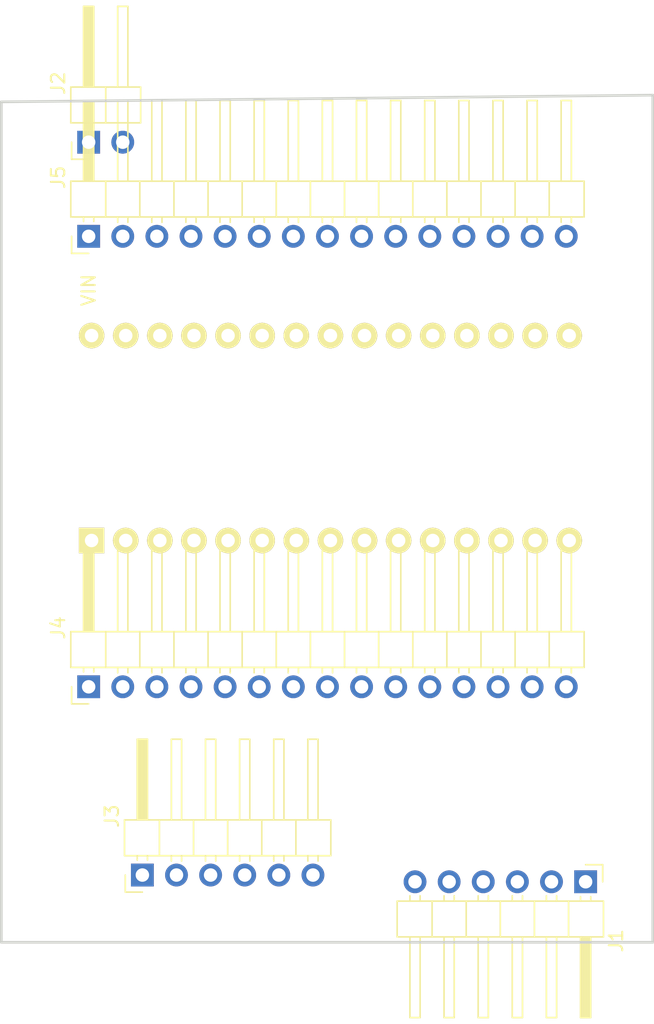
<source format=kicad_pcb>
(kicad_pcb (version 20171130) (host pcbnew "(5.0.0-3-g5ebb6b6)")

  (general
    (thickness 1.6)
    (drawings 4)
    (tracks 0)
    (zones 0)
    (modules 6)
    (nets 30)
  )

  (page A4)
  (layers
    (0 F.Cu signal)
    (31 B.Cu signal)
    (32 B.Adhes user)
    (33 F.Adhes user)
    (34 B.Paste user hide)
    (35 F.Paste user)
    (36 B.SilkS user)
    (37 F.SilkS user hide)
    (38 B.Mask user)
    (39 F.Mask user)
    (40 Dwgs.User user)
    (41 Cmts.User user)
    (42 Eco1.User user)
    (43 Eco2.User user)
    (44 Edge.Cuts user)
    (45 Margin user)
    (46 B.CrtYd user)
    (47 F.CrtYd user)
    (48 B.Fab user)
    (49 F.Fab user)
  )

  (setup
    (last_trace_width 0.25)
    (trace_clearance 0.2)
    (zone_clearance 0.508)
    (zone_45_only no)
    (trace_min 0.2)
    (segment_width 0.2)
    (edge_width 0.15)
    (via_size 0.8)
    (via_drill 0.4)
    (via_min_size 0.4)
    (via_min_drill 0.3)
    (uvia_size 0.3)
    (uvia_drill 0.1)
    (uvias_allowed no)
    (uvia_min_size 0.2)
    (uvia_min_drill 0.1)
    (pcb_text_width 0.3)
    (pcb_text_size 1.5 1.5)
    (mod_edge_width 0.15)
    (mod_text_size 1 1)
    (mod_text_width 0.15)
    (pad_size 1.524 1.524)
    (pad_drill 0.762)
    (pad_to_mask_clearance 0.2)
    (aux_axis_origin 0 0)
    (visible_elements FFFFFF7F)
    (pcbplotparams
      (layerselection 0x010fc_ffffffff)
      (usegerberextensions false)
      (usegerberattributes false)
      (usegerberadvancedattributes false)
      (creategerberjobfile false)
      (excludeedgelayer true)
      (linewidth 0.100000)
      (plotframeref false)
      (viasonmask false)
      (mode 1)
      (useauxorigin false)
      (hpglpennumber 1)
      (hpglpenspeed 20)
      (hpglpendiameter 15.000000)
      (psnegative false)
      (psa4output false)
      (plotreference true)
      (plotvalue true)
      (plotinvisibletext false)
      (padsonsilk false)
      (subtractmaskfromsilk false)
      (outputformat 1)
      (mirror false)
      (drillshape 1)
      (scaleselection 1)
      (outputdirectory ""))
  )

  (net 0 "")
  (net 1 GND)
  (net 2 5v)
  (net 3 /MISO)
  (net 4 /MOSI)
  (net 5 /SCK)
  (net 6 /SS)
  (net 7 /GPS_TP)
  (net 8 /GPS_EN)
  (net 9 /GPS_RX)
  (net 10 /GPS_TX)
  (net 11 "Net-(J4-Pad1)")
  (net 12 "Net-(J4-Pad2)")
  (net 13 "Net-(J4-Pad3)")
  (net 14 "Net-(J4-Pad9)")
  (net 15 "Net-(J4-Pad10)")
  (net 16 "Net-(J4-Pad11)")
  (net 17 "Net-(J4-Pad12)")
  (net 18 "Net-(J5-Pad14)")
  (net 19 "Net-(J5-Pad13)")
  (net 20 "Net-(J5-Pad12)")
  (net 21 "Net-(J5-Pad11)")
  (net 22 "Net-(J5-Pad10)")
  (net 23 "Net-(J5-Pad9)")
  (net 24 "Net-(J5-Pad8)")
  (net 25 "Net-(J5-Pad7)")
  (net 26 "Net-(J5-Pad6)")
  (net 27 "Net-(J5-Pad5)")
  (net 28 "Net-(J5-Pad4)")
  (net 29 "Net-(J5-Pad3)")

  (net_class Default "This is the default net class."
    (clearance 0.2)
    (trace_width 0.25)
    (via_dia 0.8)
    (via_drill 0.4)
    (uvia_dia 0.3)
    (uvia_drill 0.1)
    (add_net /GPS_EN)
    (add_net /GPS_RX)
    (add_net /GPS_TP)
    (add_net /GPS_TX)
    (add_net /MISO)
    (add_net /MOSI)
    (add_net /SCK)
    (add_net /SS)
    (add_net 5v)
    (add_net GND)
    (add_net "Net-(J4-Pad1)")
    (add_net "Net-(J4-Pad10)")
    (add_net "Net-(J4-Pad11)")
    (add_net "Net-(J4-Pad12)")
    (add_net "Net-(J4-Pad2)")
    (add_net "Net-(J4-Pad3)")
    (add_net "Net-(J4-Pad9)")
    (add_net "Net-(J5-Pad10)")
    (add_net "Net-(J5-Pad11)")
    (add_net "Net-(J5-Pad12)")
    (add_net "Net-(J5-Pad13)")
    (add_net "Net-(J5-Pad14)")
    (add_net "Net-(J5-Pad3)")
    (add_net "Net-(J5-Pad4)")
    (add_net "Net-(J5-Pad5)")
    (add_net "Net-(J5-Pad6)")
    (add_net "Net-(J5-Pad7)")
    (add_net "Net-(J5-Pad8)")
    (add_net "Net-(J5-Pad9)")
  )

  (module Pin_Headers:Pin_Header_Angled_1x06_Pitch2.54mm (layer F.Cu) (tedit 59650532) (tstamp 5DBEB461)
    (at 181.5 106 270)
    (descr "Through hole angled pin header, 1x06, 2.54mm pitch, 6mm pin length, single row")
    (tags "Through hole angled pin header THT 1x06 2.54mm single row")
    (path /5DB691AB)
    (fp_text reference J1 (at 4.385 -2.27 270) (layer F.SilkS)
      (effects (font (size 1 1) (thickness 0.15)))
    )
    (fp_text value CONN_01x06 (at 4.385 14.97 270) (layer F.Fab)
      (effects (font (size 1 1) (thickness 0.15)))
    )
    (fp_line (start 2.135 -1.27) (end 4.04 -1.27) (layer F.Fab) (width 0.1))
    (fp_line (start 4.04 -1.27) (end 4.04 13.97) (layer F.Fab) (width 0.1))
    (fp_line (start 4.04 13.97) (end 1.5 13.97) (layer F.Fab) (width 0.1))
    (fp_line (start 1.5 13.97) (end 1.5 -0.635) (layer F.Fab) (width 0.1))
    (fp_line (start 1.5 -0.635) (end 2.135 -1.27) (layer F.Fab) (width 0.1))
    (fp_line (start -0.32 -0.32) (end 1.5 -0.32) (layer F.Fab) (width 0.1))
    (fp_line (start -0.32 -0.32) (end -0.32 0.32) (layer F.Fab) (width 0.1))
    (fp_line (start -0.32 0.32) (end 1.5 0.32) (layer F.Fab) (width 0.1))
    (fp_line (start 4.04 -0.32) (end 10.04 -0.32) (layer F.Fab) (width 0.1))
    (fp_line (start 10.04 -0.32) (end 10.04 0.32) (layer F.Fab) (width 0.1))
    (fp_line (start 4.04 0.32) (end 10.04 0.32) (layer F.Fab) (width 0.1))
    (fp_line (start -0.32 2.22) (end 1.5 2.22) (layer F.Fab) (width 0.1))
    (fp_line (start -0.32 2.22) (end -0.32 2.86) (layer F.Fab) (width 0.1))
    (fp_line (start -0.32 2.86) (end 1.5 2.86) (layer F.Fab) (width 0.1))
    (fp_line (start 4.04 2.22) (end 10.04 2.22) (layer F.Fab) (width 0.1))
    (fp_line (start 10.04 2.22) (end 10.04 2.86) (layer F.Fab) (width 0.1))
    (fp_line (start 4.04 2.86) (end 10.04 2.86) (layer F.Fab) (width 0.1))
    (fp_line (start -0.32 4.76) (end 1.5 4.76) (layer F.Fab) (width 0.1))
    (fp_line (start -0.32 4.76) (end -0.32 5.4) (layer F.Fab) (width 0.1))
    (fp_line (start -0.32 5.4) (end 1.5 5.4) (layer F.Fab) (width 0.1))
    (fp_line (start 4.04 4.76) (end 10.04 4.76) (layer F.Fab) (width 0.1))
    (fp_line (start 10.04 4.76) (end 10.04 5.4) (layer F.Fab) (width 0.1))
    (fp_line (start 4.04 5.4) (end 10.04 5.4) (layer F.Fab) (width 0.1))
    (fp_line (start -0.32 7.3) (end 1.5 7.3) (layer F.Fab) (width 0.1))
    (fp_line (start -0.32 7.3) (end -0.32 7.94) (layer F.Fab) (width 0.1))
    (fp_line (start -0.32 7.94) (end 1.5 7.94) (layer F.Fab) (width 0.1))
    (fp_line (start 4.04 7.3) (end 10.04 7.3) (layer F.Fab) (width 0.1))
    (fp_line (start 10.04 7.3) (end 10.04 7.94) (layer F.Fab) (width 0.1))
    (fp_line (start 4.04 7.94) (end 10.04 7.94) (layer F.Fab) (width 0.1))
    (fp_line (start -0.32 9.84) (end 1.5 9.84) (layer F.Fab) (width 0.1))
    (fp_line (start -0.32 9.84) (end -0.32 10.48) (layer F.Fab) (width 0.1))
    (fp_line (start -0.32 10.48) (end 1.5 10.48) (layer F.Fab) (width 0.1))
    (fp_line (start 4.04 9.84) (end 10.04 9.84) (layer F.Fab) (width 0.1))
    (fp_line (start 10.04 9.84) (end 10.04 10.48) (layer F.Fab) (width 0.1))
    (fp_line (start 4.04 10.48) (end 10.04 10.48) (layer F.Fab) (width 0.1))
    (fp_line (start -0.32 12.38) (end 1.5 12.38) (layer F.Fab) (width 0.1))
    (fp_line (start -0.32 12.38) (end -0.32 13.02) (layer F.Fab) (width 0.1))
    (fp_line (start -0.32 13.02) (end 1.5 13.02) (layer F.Fab) (width 0.1))
    (fp_line (start 4.04 12.38) (end 10.04 12.38) (layer F.Fab) (width 0.1))
    (fp_line (start 10.04 12.38) (end 10.04 13.02) (layer F.Fab) (width 0.1))
    (fp_line (start 4.04 13.02) (end 10.04 13.02) (layer F.Fab) (width 0.1))
    (fp_line (start 1.44 -1.33) (end 1.44 14.03) (layer F.SilkS) (width 0.12))
    (fp_line (start 1.44 14.03) (end 4.1 14.03) (layer F.SilkS) (width 0.12))
    (fp_line (start 4.1 14.03) (end 4.1 -1.33) (layer F.SilkS) (width 0.12))
    (fp_line (start 4.1 -1.33) (end 1.44 -1.33) (layer F.SilkS) (width 0.12))
    (fp_line (start 4.1 -0.38) (end 10.1 -0.38) (layer F.SilkS) (width 0.12))
    (fp_line (start 10.1 -0.38) (end 10.1 0.38) (layer F.SilkS) (width 0.12))
    (fp_line (start 10.1 0.38) (end 4.1 0.38) (layer F.SilkS) (width 0.12))
    (fp_line (start 4.1 -0.32) (end 10.1 -0.32) (layer F.SilkS) (width 0.12))
    (fp_line (start 4.1 -0.2) (end 10.1 -0.2) (layer F.SilkS) (width 0.12))
    (fp_line (start 4.1 -0.08) (end 10.1 -0.08) (layer F.SilkS) (width 0.12))
    (fp_line (start 4.1 0.04) (end 10.1 0.04) (layer F.SilkS) (width 0.12))
    (fp_line (start 4.1 0.16) (end 10.1 0.16) (layer F.SilkS) (width 0.12))
    (fp_line (start 4.1 0.28) (end 10.1 0.28) (layer F.SilkS) (width 0.12))
    (fp_line (start 1.11 -0.38) (end 1.44 -0.38) (layer F.SilkS) (width 0.12))
    (fp_line (start 1.11 0.38) (end 1.44 0.38) (layer F.SilkS) (width 0.12))
    (fp_line (start 1.44 1.27) (end 4.1 1.27) (layer F.SilkS) (width 0.12))
    (fp_line (start 4.1 2.16) (end 10.1 2.16) (layer F.SilkS) (width 0.12))
    (fp_line (start 10.1 2.16) (end 10.1 2.92) (layer F.SilkS) (width 0.12))
    (fp_line (start 10.1 2.92) (end 4.1 2.92) (layer F.SilkS) (width 0.12))
    (fp_line (start 1.042929 2.16) (end 1.44 2.16) (layer F.SilkS) (width 0.12))
    (fp_line (start 1.042929 2.92) (end 1.44 2.92) (layer F.SilkS) (width 0.12))
    (fp_line (start 1.44 3.81) (end 4.1 3.81) (layer F.SilkS) (width 0.12))
    (fp_line (start 4.1 4.7) (end 10.1 4.7) (layer F.SilkS) (width 0.12))
    (fp_line (start 10.1 4.7) (end 10.1 5.46) (layer F.SilkS) (width 0.12))
    (fp_line (start 10.1 5.46) (end 4.1 5.46) (layer F.SilkS) (width 0.12))
    (fp_line (start 1.042929 4.7) (end 1.44 4.7) (layer F.SilkS) (width 0.12))
    (fp_line (start 1.042929 5.46) (end 1.44 5.46) (layer F.SilkS) (width 0.12))
    (fp_line (start 1.44 6.35) (end 4.1 6.35) (layer F.SilkS) (width 0.12))
    (fp_line (start 4.1 7.24) (end 10.1 7.24) (layer F.SilkS) (width 0.12))
    (fp_line (start 10.1 7.24) (end 10.1 8) (layer F.SilkS) (width 0.12))
    (fp_line (start 10.1 8) (end 4.1 8) (layer F.SilkS) (width 0.12))
    (fp_line (start 1.042929 7.24) (end 1.44 7.24) (layer F.SilkS) (width 0.12))
    (fp_line (start 1.042929 8) (end 1.44 8) (layer F.SilkS) (width 0.12))
    (fp_line (start 1.44 8.89) (end 4.1 8.89) (layer F.SilkS) (width 0.12))
    (fp_line (start 4.1 9.78) (end 10.1 9.78) (layer F.SilkS) (width 0.12))
    (fp_line (start 10.1 9.78) (end 10.1 10.54) (layer F.SilkS) (width 0.12))
    (fp_line (start 10.1 10.54) (end 4.1 10.54) (layer F.SilkS) (width 0.12))
    (fp_line (start 1.042929 9.78) (end 1.44 9.78) (layer F.SilkS) (width 0.12))
    (fp_line (start 1.042929 10.54) (end 1.44 10.54) (layer F.SilkS) (width 0.12))
    (fp_line (start 1.44 11.43) (end 4.1 11.43) (layer F.SilkS) (width 0.12))
    (fp_line (start 4.1 12.32) (end 10.1 12.32) (layer F.SilkS) (width 0.12))
    (fp_line (start 10.1 12.32) (end 10.1 13.08) (layer F.SilkS) (width 0.12))
    (fp_line (start 10.1 13.08) (end 4.1 13.08) (layer F.SilkS) (width 0.12))
    (fp_line (start 1.042929 12.32) (end 1.44 12.32) (layer F.SilkS) (width 0.12))
    (fp_line (start 1.042929 13.08) (end 1.44 13.08) (layer F.SilkS) (width 0.12))
    (fp_line (start -1.27 0) (end -1.27 -1.27) (layer F.SilkS) (width 0.12))
    (fp_line (start -1.27 -1.27) (end 0 -1.27) (layer F.SilkS) (width 0.12))
    (fp_line (start -1.8 -1.8) (end -1.8 14.5) (layer F.CrtYd) (width 0.05))
    (fp_line (start -1.8 14.5) (end 10.55 14.5) (layer F.CrtYd) (width 0.05))
    (fp_line (start 10.55 14.5) (end 10.55 -1.8) (layer F.CrtYd) (width 0.05))
    (fp_line (start 10.55 -1.8) (end -1.8 -1.8) (layer F.CrtYd) (width 0.05))
    (fp_text user %R (at 2.77 6.35) (layer F.Fab)
      (effects (font (size 1 1) (thickness 0.15)))
    )
    (pad 1 thru_hole rect (at 0 0 270) (size 1.7 1.7) (drill 1) (layers *.Cu *.Mask)
      (net 1 GND))
    (pad 2 thru_hole oval (at 0 2.54 270) (size 1.7 1.7) (drill 1) (layers *.Cu *.Mask)
      (net 2 5v))
    (pad 3 thru_hole oval (at 0 5.08 270) (size 1.7 1.7) (drill 1) (layers *.Cu *.Mask)
      (net 3 /MISO))
    (pad 4 thru_hole oval (at 0 7.62 270) (size 1.7 1.7) (drill 1) (layers *.Cu *.Mask)
      (net 4 /MOSI))
    (pad 5 thru_hole oval (at 0 10.16 270) (size 1.7 1.7) (drill 1) (layers *.Cu *.Mask)
      (net 5 /SCK))
    (pad 6 thru_hole oval (at 0 12.7 270) (size 1.7 1.7) (drill 1) (layers *.Cu *.Mask)
      (net 6 /SS))
    (model ${KISYS3DMOD}/Pin_Headers.3dshapes/Pin_Header_Angled_1x06_Pitch2.54mm.wrl
      (at (xyz 0 0 0))
      (scale (xyz 1 1 1))
      (rotate (xyz 0 0 0))
    )
  )

  (module Pin_Headers:Pin_Header_Angled_1x02_Pitch2.54mm (layer F.Cu) (tedit 59650532) (tstamp 5DBEB494)
    (at 144.5 51 90)
    (descr "Through hole angled pin header, 1x02, 2.54mm pitch, 6mm pin length, single row")
    (tags "Through hole angled pin header THT 1x02 2.54mm single row")
    (path /5DAC37B7)
    (fp_text reference J2 (at 4.385 -2.27 90) (layer F.SilkS)
      (effects (font (size 1 1) (thickness 0.15)))
    )
    (fp_text value CONN_01x02 (at 4.385 4.81 90) (layer F.Fab)
      (effects (font (size 1 1) (thickness 0.15)))
    )
    (fp_text user %R (at 2.77 1.27 180) (layer F.Fab)
      (effects (font (size 1 1) (thickness 0.15)))
    )
    (fp_line (start 10.55 -1.8) (end -1.8 -1.8) (layer F.CrtYd) (width 0.05))
    (fp_line (start 10.55 4.35) (end 10.55 -1.8) (layer F.CrtYd) (width 0.05))
    (fp_line (start -1.8 4.35) (end 10.55 4.35) (layer F.CrtYd) (width 0.05))
    (fp_line (start -1.8 -1.8) (end -1.8 4.35) (layer F.CrtYd) (width 0.05))
    (fp_line (start -1.27 -1.27) (end 0 -1.27) (layer F.SilkS) (width 0.12))
    (fp_line (start -1.27 0) (end -1.27 -1.27) (layer F.SilkS) (width 0.12))
    (fp_line (start 1.042929 2.92) (end 1.44 2.92) (layer F.SilkS) (width 0.12))
    (fp_line (start 1.042929 2.16) (end 1.44 2.16) (layer F.SilkS) (width 0.12))
    (fp_line (start 10.1 2.92) (end 4.1 2.92) (layer F.SilkS) (width 0.12))
    (fp_line (start 10.1 2.16) (end 10.1 2.92) (layer F.SilkS) (width 0.12))
    (fp_line (start 4.1 2.16) (end 10.1 2.16) (layer F.SilkS) (width 0.12))
    (fp_line (start 1.44 1.27) (end 4.1 1.27) (layer F.SilkS) (width 0.12))
    (fp_line (start 1.11 0.38) (end 1.44 0.38) (layer F.SilkS) (width 0.12))
    (fp_line (start 1.11 -0.38) (end 1.44 -0.38) (layer F.SilkS) (width 0.12))
    (fp_line (start 4.1 0.28) (end 10.1 0.28) (layer F.SilkS) (width 0.12))
    (fp_line (start 4.1 0.16) (end 10.1 0.16) (layer F.SilkS) (width 0.12))
    (fp_line (start 4.1 0.04) (end 10.1 0.04) (layer F.SilkS) (width 0.12))
    (fp_line (start 4.1 -0.08) (end 10.1 -0.08) (layer F.SilkS) (width 0.12))
    (fp_line (start 4.1 -0.2) (end 10.1 -0.2) (layer F.SilkS) (width 0.12))
    (fp_line (start 4.1 -0.32) (end 10.1 -0.32) (layer F.SilkS) (width 0.12))
    (fp_line (start 10.1 0.38) (end 4.1 0.38) (layer F.SilkS) (width 0.12))
    (fp_line (start 10.1 -0.38) (end 10.1 0.38) (layer F.SilkS) (width 0.12))
    (fp_line (start 4.1 -0.38) (end 10.1 -0.38) (layer F.SilkS) (width 0.12))
    (fp_line (start 4.1 -1.33) (end 1.44 -1.33) (layer F.SilkS) (width 0.12))
    (fp_line (start 4.1 3.87) (end 4.1 -1.33) (layer F.SilkS) (width 0.12))
    (fp_line (start 1.44 3.87) (end 4.1 3.87) (layer F.SilkS) (width 0.12))
    (fp_line (start 1.44 -1.33) (end 1.44 3.87) (layer F.SilkS) (width 0.12))
    (fp_line (start 4.04 2.86) (end 10.04 2.86) (layer F.Fab) (width 0.1))
    (fp_line (start 10.04 2.22) (end 10.04 2.86) (layer F.Fab) (width 0.1))
    (fp_line (start 4.04 2.22) (end 10.04 2.22) (layer F.Fab) (width 0.1))
    (fp_line (start -0.32 2.86) (end 1.5 2.86) (layer F.Fab) (width 0.1))
    (fp_line (start -0.32 2.22) (end -0.32 2.86) (layer F.Fab) (width 0.1))
    (fp_line (start -0.32 2.22) (end 1.5 2.22) (layer F.Fab) (width 0.1))
    (fp_line (start 4.04 0.32) (end 10.04 0.32) (layer F.Fab) (width 0.1))
    (fp_line (start 10.04 -0.32) (end 10.04 0.32) (layer F.Fab) (width 0.1))
    (fp_line (start 4.04 -0.32) (end 10.04 -0.32) (layer F.Fab) (width 0.1))
    (fp_line (start -0.32 0.32) (end 1.5 0.32) (layer F.Fab) (width 0.1))
    (fp_line (start -0.32 -0.32) (end -0.32 0.32) (layer F.Fab) (width 0.1))
    (fp_line (start -0.32 -0.32) (end 1.5 -0.32) (layer F.Fab) (width 0.1))
    (fp_line (start 1.5 -0.635) (end 2.135 -1.27) (layer F.Fab) (width 0.1))
    (fp_line (start 1.5 3.81) (end 1.5 -0.635) (layer F.Fab) (width 0.1))
    (fp_line (start 4.04 3.81) (end 1.5 3.81) (layer F.Fab) (width 0.1))
    (fp_line (start 4.04 -1.27) (end 4.04 3.81) (layer F.Fab) (width 0.1))
    (fp_line (start 2.135 -1.27) (end 4.04 -1.27) (layer F.Fab) (width 0.1))
    (pad 2 thru_hole oval (at 0 2.54 90) (size 1.7 1.7) (drill 1) (layers *.Cu *.Mask)
      (net 1 GND))
    (pad 1 thru_hole rect (at 0 0 90) (size 1.7 1.7) (drill 1) (layers *.Cu *.Mask)
      (net 2 5v))
    (model ${KISYS3DMOD}/Pin_Headers.3dshapes/Pin_Header_Angled_1x02_Pitch2.54mm.wrl
      (at (xyz 0 0 0))
      (scale (xyz 1 1 1))
      (rotate (xyz 0 0 0))
    )
  )

  (module Pin_Headers:Pin_Header_Angled_1x06_Pitch2.54mm (layer F.Cu) (tedit 59650532) (tstamp 5DBEB4FB)
    (at 148.5 105.5 90)
    (descr "Through hole angled pin header, 1x06, 2.54mm pitch, 6mm pin length, single row")
    (tags "Through hole angled pin header THT 1x06 2.54mm single row")
    (path /5DB59B3E)
    (fp_text reference J3 (at 4.385 -2.27 90) (layer F.SilkS)
      (effects (font (size 1 1) (thickness 0.15)))
    )
    (fp_text value CONN_01x06 (at 4.385 14.97 90) (layer F.Fab)
      (effects (font (size 1 1) (thickness 0.15)))
    )
    (fp_text user %R (at 2.77 6.35 180) (layer F.Fab)
      (effects (font (size 1 1) (thickness 0.15)))
    )
    (fp_line (start 10.55 -1.8) (end -1.8 -1.8) (layer F.CrtYd) (width 0.05))
    (fp_line (start 10.55 14.5) (end 10.55 -1.8) (layer F.CrtYd) (width 0.05))
    (fp_line (start -1.8 14.5) (end 10.55 14.5) (layer F.CrtYd) (width 0.05))
    (fp_line (start -1.8 -1.8) (end -1.8 14.5) (layer F.CrtYd) (width 0.05))
    (fp_line (start -1.27 -1.27) (end 0 -1.27) (layer F.SilkS) (width 0.12))
    (fp_line (start -1.27 0) (end -1.27 -1.27) (layer F.SilkS) (width 0.12))
    (fp_line (start 1.042929 13.08) (end 1.44 13.08) (layer F.SilkS) (width 0.12))
    (fp_line (start 1.042929 12.32) (end 1.44 12.32) (layer F.SilkS) (width 0.12))
    (fp_line (start 10.1 13.08) (end 4.1 13.08) (layer F.SilkS) (width 0.12))
    (fp_line (start 10.1 12.32) (end 10.1 13.08) (layer F.SilkS) (width 0.12))
    (fp_line (start 4.1 12.32) (end 10.1 12.32) (layer F.SilkS) (width 0.12))
    (fp_line (start 1.44 11.43) (end 4.1 11.43) (layer F.SilkS) (width 0.12))
    (fp_line (start 1.042929 10.54) (end 1.44 10.54) (layer F.SilkS) (width 0.12))
    (fp_line (start 1.042929 9.78) (end 1.44 9.78) (layer F.SilkS) (width 0.12))
    (fp_line (start 10.1 10.54) (end 4.1 10.54) (layer F.SilkS) (width 0.12))
    (fp_line (start 10.1 9.78) (end 10.1 10.54) (layer F.SilkS) (width 0.12))
    (fp_line (start 4.1 9.78) (end 10.1 9.78) (layer F.SilkS) (width 0.12))
    (fp_line (start 1.44 8.89) (end 4.1 8.89) (layer F.SilkS) (width 0.12))
    (fp_line (start 1.042929 8) (end 1.44 8) (layer F.SilkS) (width 0.12))
    (fp_line (start 1.042929 7.24) (end 1.44 7.24) (layer F.SilkS) (width 0.12))
    (fp_line (start 10.1 8) (end 4.1 8) (layer F.SilkS) (width 0.12))
    (fp_line (start 10.1 7.24) (end 10.1 8) (layer F.SilkS) (width 0.12))
    (fp_line (start 4.1 7.24) (end 10.1 7.24) (layer F.SilkS) (width 0.12))
    (fp_line (start 1.44 6.35) (end 4.1 6.35) (layer F.SilkS) (width 0.12))
    (fp_line (start 1.042929 5.46) (end 1.44 5.46) (layer F.SilkS) (width 0.12))
    (fp_line (start 1.042929 4.7) (end 1.44 4.7) (layer F.SilkS) (width 0.12))
    (fp_line (start 10.1 5.46) (end 4.1 5.46) (layer F.SilkS) (width 0.12))
    (fp_line (start 10.1 4.7) (end 10.1 5.46) (layer F.SilkS) (width 0.12))
    (fp_line (start 4.1 4.7) (end 10.1 4.7) (layer F.SilkS) (width 0.12))
    (fp_line (start 1.44 3.81) (end 4.1 3.81) (layer F.SilkS) (width 0.12))
    (fp_line (start 1.042929 2.92) (end 1.44 2.92) (layer F.SilkS) (width 0.12))
    (fp_line (start 1.042929 2.16) (end 1.44 2.16) (layer F.SilkS) (width 0.12))
    (fp_line (start 10.1 2.92) (end 4.1 2.92) (layer F.SilkS) (width 0.12))
    (fp_line (start 10.1 2.16) (end 10.1 2.92) (layer F.SilkS) (width 0.12))
    (fp_line (start 4.1 2.16) (end 10.1 2.16) (layer F.SilkS) (width 0.12))
    (fp_line (start 1.44 1.27) (end 4.1 1.27) (layer F.SilkS) (width 0.12))
    (fp_line (start 1.11 0.38) (end 1.44 0.38) (layer F.SilkS) (width 0.12))
    (fp_line (start 1.11 -0.38) (end 1.44 -0.38) (layer F.SilkS) (width 0.12))
    (fp_line (start 4.1 0.28) (end 10.1 0.28) (layer F.SilkS) (width 0.12))
    (fp_line (start 4.1 0.16) (end 10.1 0.16) (layer F.SilkS) (width 0.12))
    (fp_line (start 4.1 0.04) (end 10.1 0.04) (layer F.SilkS) (width 0.12))
    (fp_line (start 4.1 -0.08) (end 10.1 -0.08) (layer F.SilkS) (width 0.12))
    (fp_line (start 4.1 -0.2) (end 10.1 -0.2) (layer F.SilkS) (width 0.12))
    (fp_line (start 4.1 -0.32) (end 10.1 -0.32) (layer F.SilkS) (width 0.12))
    (fp_line (start 10.1 0.38) (end 4.1 0.38) (layer F.SilkS) (width 0.12))
    (fp_line (start 10.1 -0.38) (end 10.1 0.38) (layer F.SilkS) (width 0.12))
    (fp_line (start 4.1 -0.38) (end 10.1 -0.38) (layer F.SilkS) (width 0.12))
    (fp_line (start 4.1 -1.33) (end 1.44 -1.33) (layer F.SilkS) (width 0.12))
    (fp_line (start 4.1 14.03) (end 4.1 -1.33) (layer F.SilkS) (width 0.12))
    (fp_line (start 1.44 14.03) (end 4.1 14.03) (layer F.SilkS) (width 0.12))
    (fp_line (start 1.44 -1.33) (end 1.44 14.03) (layer F.SilkS) (width 0.12))
    (fp_line (start 4.04 13.02) (end 10.04 13.02) (layer F.Fab) (width 0.1))
    (fp_line (start 10.04 12.38) (end 10.04 13.02) (layer F.Fab) (width 0.1))
    (fp_line (start 4.04 12.38) (end 10.04 12.38) (layer F.Fab) (width 0.1))
    (fp_line (start -0.32 13.02) (end 1.5 13.02) (layer F.Fab) (width 0.1))
    (fp_line (start -0.32 12.38) (end -0.32 13.02) (layer F.Fab) (width 0.1))
    (fp_line (start -0.32 12.38) (end 1.5 12.38) (layer F.Fab) (width 0.1))
    (fp_line (start 4.04 10.48) (end 10.04 10.48) (layer F.Fab) (width 0.1))
    (fp_line (start 10.04 9.84) (end 10.04 10.48) (layer F.Fab) (width 0.1))
    (fp_line (start 4.04 9.84) (end 10.04 9.84) (layer F.Fab) (width 0.1))
    (fp_line (start -0.32 10.48) (end 1.5 10.48) (layer F.Fab) (width 0.1))
    (fp_line (start -0.32 9.84) (end -0.32 10.48) (layer F.Fab) (width 0.1))
    (fp_line (start -0.32 9.84) (end 1.5 9.84) (layer F.Fab) (width 0.1))
    (fp_line (start 4.04 7.94) (end 10.04 7.94) (layer F.Fab) (width 0.1))
    (fp_line (start 10.04 7.3) (end 10.04 7.94) (layer F.Fab) (width 0.1))
    (fp_line (start 4.04 7.3) (end 10.04 7.3) (layer F.Fab) (width 0.1))
    (fp_line (start -0.32 7.94) (end 1.5 7.94) (layer F.Fab) (width 0.1))
    (fp_line (start -0.32 7.3) (end -0.32 7.94) (layer F.Fab) (width 0.1))
    (fp_line (start -0.32 7.3) (end 1.5 7.3) (layer F.Fab) (width 0.1))
    (fp_line (start 4.04 5.4) (end 10.04 5.4) (layer F.Fab) (width 0.1))
    (fp_line (start 10.04 4.76) (end 10.04 5.4) (layer F.Fab) (width 0.1))
    (fp_line (start 4.04 4.76) (end 10.04 4.76) (layer F.Fab) (width 0.1))
    (fp_line (start -0.32 5.4) (end 1.5 5.4) (layer F.Fab) (width 0.1))
    (fp_line (start -0.32 4.76) (end -0.32 5.4) (layer F.Fab) (width 0.1))
    (fp_line (start -0.32 4.76) (end 1.5 4.76) (layer F.Fab) (width 0.1))
    (fp_line (start 4.04 2.86) (end 10.04 2.86) (layer F.Fab) (width 0.1))
    (fp_line (start 10.04 2.22) (end 10.04 2.86) (layer F.Fab) (width 0.1))
    (fp_line (start 4.04 2.22) (end 10.04 2.22) (layer F.Fab) (width 0.1))
    (fp_line (start -0.32 2.86) (end 1.5 2.86) (layer F.Fab) (width 0.1))
    (fp_line (start -0.32 2.22) (end -0.32 2.86) (layer F.Fab) (width 0.1))
    (fp_line (start -0.32 2.22) (end 1.5 2.22) (layer F.Fab) (width 0.1))
    (fp_line (start 4.04 0.32) (end 10.04 0.32) (layer F.Fab) (width 0.1))
    (fp_line (start 10.04 -0.32) (end 10.04 0.32) (layer F.Fab) (width 0.1))
    (fp_line (start 4.04 -0.32) (end 10.04 -0.32) (layer F.Fab) (width 0.1))
    (fp_line (start -0.32 0.32) (end 1.5 0.32) (layer F.Fab) (width 0.1))
    (fp_line (start -0.32 -0.32) (end -0.32 0.32) (layer F.Fab) (width 0.1))
    (fp_line (start -0.32 -0.32) (end 1.5 -0.32) (layer F.Fab) (width 0.1))
    (fp_line (start 1.5 -0.635) (end 2.135 -1.27) (layer F.Fab) (width 0.1))
    (fp_line (start 1.5 13.97) (end 1.5 -0.635) (layer F.Fab) (width 0.1))
    (fp_line (start 4.04 13.97) (end 1.5 13.97) (layer F.Fab) (width 0.1))
    (fp_line (start 4.04 -1.27) (end 4.04 13.97) (layer F.Fab) (width 0.1))
    (fp_line (start 2.135 -1.27) (end 4.04 -1.27) (layer F.Fab) (width 0.1))
    (pad 6 thru_hole oval (at 0 12.7 90) (size 1.7 1.7) (drill 1) (layers *.Cu *.Mask)
      (net 1 GND))
    (pad 5 thru_hole oval (at 0 10.16 90) (size 1.7 1.7) (drill 1) (layers *.Cu *.Mask)
      (net 2 5v))
    (pad 4 thru_hole oval (at 0 7.62 90) (size 1.7 1.7) (drill 1) (layers *.Cu *.Mask)
      (net 7 /GPS_TP))
    (pad 3 thru_hole oval (at 0 5.08 90) (size 1.7 1.7) (drill 1) (layers *.Cu *.Mask)
      (net 8 /GPS_EN))
    (pad 2 thru_hole oval (at 0 2.54 90) (size 1.7 1.7) (drill 1) (layers *.Cu *.Mask)
      (net 9 /GPS_RX))
    (pad 1 thru_hole rect (at 0 0 90) (size 1.7 1.7) (drill 1) (layers *.Cu *.Mask)
      (net 10 /GPS_TX))
    (model ${KISYS3DMOD}/Pin_Headers.3dshapes/Pin_Header_Angled_1x06_Pitch2.54mm.wrl
      (at (xyz 0 0 0))
      (scale (xyz 1 1 1))
      (rotate (xyz 0 0 0))
    )
  )

  (module Pin_Headers:Pin_Header_Angled_1x15_Pitch2.54mm (layer F.Cu) (tedit 59650532) (tstamp 5DBEB5D7)
    (at 144.5 91.5 90)
    (descr "Through hole angled pin header, 1x15, 2.54mm pitch, 6mm pin length, single row")
    (tags "Through hole angled pin header THT 1x15 2.54mm single row")
    (path /5DAC58B0)
    (fp_text reference J4 (at 4.385 -2.27 90) (layer F.SilkS)
      (effects (font (size 1 1) (thickness 0.15)))
    )
    (fp_text value CONN_01x15 (at 4.385 37.83 90) (layer F.Fab)
      (effects (font (size 1 1) (thickness 0.15)))
    )
    (fp_line (start 2.135 -1.27) (end 4.04 -1.27) (layer F.Fab) (width 0.1))
    (fp_line (start 4.04 -1.27) (end 4.04 36.83) (layer F.Fab) (width 0.1))
    (fp_line (start 4.04 36.83) (end 1.5 36.83) (layer F.Fab) (width 0.1))
    (fp_line (start 1.5 36.83) (end 1.5 -0.635) (layer F.Fab) (width 0.1))
    (fp_line (start 1.5 -0.635) (end 2.135 -1.27) (layer F.Fab) (width 0.1))
    (fp_line (start -0.32 -0.32) (end 1.5 -0.32) (layer F.Fab) (width 0.1))
    (fp_line (start -0.32 -0.32) (end -0.32 0.32) (layer F.Fab) (width 0.1))
    (fp_line (start -0.32 0.32) (end 1.5 0.32) (layer F.Fab) (width 0.1))
    (fp_line (start 4.04 -0.32) (end 10.04 -0.32) (layer F.Fab) (width 0.1))
    (fp_line (start 10.04 -0.32) (end 10.04 0.32) (layer F.Fab) (width 0.1))
    (fp_line (start 4.04 0.32) (end 10.04 0.32) (layer F.Fab) (width 0.1))
    (fp_line (start -0.32 2.22) (end 1.5 2.22) (layer F.Fab) (width 0.1))
    (fp_line (start -0.32 2.22) (end -0.32 2.86) (layer F.Fab) (width 0.1))
    (fp_line (start -0.32 2.86) (end 1.5 2.86) (layer F.Fab) (width 0.1))
    (fp_line (start 4.04 2.22) (end 10.04 2.22) (layer F.Fab) (width 0.1))
    (fp_line (start 10.04 2.22) (end 10.04 2.86) (layer F.Fab) (width 0.1))
    (fp_line (start 4.04 2.86) (end 10.04 2.86) (layer F.Fab) (width 0.1))
    (fp_line (start -0.32 4.76) (end 1.5 4.76) (layer F.Fab) (width 0.1))
    (fp_line (start -0.32 4.76) (end -0.32 5.4) (layer F.Fab) (width 0.1))
    (fp_line (start -0.32 5.4) (end 1.5 5.4) (layer F.Fab) (width 0.1))
    (fp_line (start 4.04 4.76) (end 10.04 4.76) (layer F.Fab) (width 0.1))
    (fp_line (start 10.04 4.76) (end 10.04 5.4) (layer F.Fab) (width 0.1))
    (fp_line (start 4.04 5.4) (end 10.04 5.4) (layer F.Fab) (width 0.1))
    (fp_line (start -0.32 7.3) (end 1.5 7.3) (layer F.Fab) (width 0.1))
    (fp_line (start -0.32 7.3) (end -0.32 7.94) (layer F.Fab) (width 0.1))
    (fp_line (start -0.32 7.94) (end 1.5 7.94) (layer F.Fab) (width 0.1))
    (fp_line (start 4.04 7.3) (end 10.04 7.3) (layer F.Fab) (width 0.1))
    (fp_line (start 10.04 7.3) (end 10.04 7.94) (layer F.Fab) (width 0.1))
    (fp_line (start 4.04 7.94) (end 10.04 7.94) (layer F.Fab) (width 0.1))
    (fp_line (start -0.32 9.84) (end 1.5 9.84) (layer F.Fab) (width 0.1))
    (fp_line (start -0.32 9.84) (end -0.32 10.48) (layer F.Fab) (width 0.1))
    (fp_line (start -0.32 10.48) (end 1.5 10.48) (layer F.Fab) (width 0.1))
    (fp_line (start 4.04 9.84) (end 10.04 9.84) (layer F.Fab) (width 0.1))
    (fp_line (start 10.04 9.84) (end 10.04 10.48) (layer F.Fab) (width 0.1))
    (fp_line (start 4.04 10.48) (end 10.04 10.48) (layer F.Fab) (width 0.1))
    (fp_line (start -0.32 12.38) (end 1.5 12.38) (layer F.Fab) (width 0.1))
    (fp_line (start -0.32 12.38) (end -0.32 13.02) (layer F.Fab) (width 0.1))
    (fp_line (start -0.32 13.02) (end 1.5 13.02) (layer F.Fab) (width 0.1))
    (fp_line (start 4.04 12.38) (end 10.04 12.38) (layer F.Fab) (width 0.1))
    (fp_line (start 10.04 12.38) (end 10.04 13.02) (layer F.Fab) (width 0.1))
    (fp_line (start 4.04 13.02) (end 10.04 13.02) (layer F.Fab) (width 0.1))
    (fp_line (start -0.32 14.92) (end 1.5 14.92) (layer F.Fab) (width 0.1))
    (fp_line (start -0.32 14.92) (end -0.32 15.56) (layer F.Fab) (width 0.1))
    (fp_line (start -0.32 15.56) (end 1.5 15.56) (layer F.Fab) (width 0.1))
    (fp_line (start 4.04 14.92) (end 10.04 14.92) (layer F.Fab) (width 0.1))
    (fp_line (start 10.04 14.92) (end 10.04 15.56) (layer F.Fab) (width 0.1))
    (fp_line (start 4.04 15.56) (end 10.04 15.56) (layer F.Fab) (width 0.1))
    (fp_line (start -0.32 17.46) (end 1.5 17.46) (layer F.Fab) (width 0.1))
    (fp_line (start -0.32 17.46) (end -0.32 18.1) (layer F.Fab) (width 0.1))
    (fp_line (start -0.32 18.1) (end 1.5 18.1) (layer F.Fab) (width 0.1))
    (fp_line (start 4.04 17.46) (end 10.04 17.46) (layer F.Fab) (width 0.1))
    (fp_line (start 10.04 17.46) (end 10.04 18.1) (layer F.Fab) (width 0.1))
    (fp_line (start 4.04 18.1) (end 10.04 18.1) (layer F.Fab) (width 0.1))
    (fp_line (start -0.32 20) (end 1.5 20) (layer F.Fab) (width 0.1))
    (fp_line (start -0.32 20) (end -0.32 20.64) (layer F.Fab) (width 0.1))
    (fp_line (start -0.32 20.64) (end 1.5 20.64) (layer F.Fab) (width 0.1))
    (fp_line (start 4.04 20) (end 10.04 20) (layer F.Fab) (width 0.1))
    (fp_line (start 10.04 20) (end 10.04 20.64) (layer F.Fab) (width 0.1))
    (fp_line (start 4.04 20.64) (end 10.04 20.64) (layer F.Fab) (width 0.1))
    (fp_line (start -0.32 22.54) (end 1.5 22.54) (layer F.Fab) (width 0.1))
    (fp_line (start -0.32 22.54) (end -0.32 23.18) (layer F.Fab) (width 0.1))
    (fp_line (start -0.32 23.18) (end 1.5 23.18) (layer F.Fab) (width 0.1))
    (fp_line (start 4.04 22.54) (end 10.04 22.54) (layer F.Fab) (width 0.1))
    (fp_line (start 10.04 22.54) (end 10.04 23.18) (layer F.Fab) (width 0.1))
    (fp_line (start 4.04 23.18) (end 10.04 23.18) (layer F.Fab) (width 0.1))
    (fp_line (start -0.32 25.08) (end 1.5 25.08) (layer F.Fab) (width 0.1))
    (fp_line (start -0.32 25.08) (end -0.32 25.72) (layer F.Fab) (width 0.1))
    (fp_line (start -0.32 25.72) (end 1.5 25.72) (layer F.Fab) (width 0.1))
    (fp_line (start 4.04 25.08) (end 10.04 25.08) (layer F.Fab) (width 0.1))
    (fp_line (start 10.04 25.08) (end 10.04 25.72) (layer F.Fab) (width 0.1))
    (fp_line (start 4.04 25.72) (end 10.04 25.72) (layer F.Fab) (width 0.1))
    (fp_line (start -0.32 27.62) (end 1.5 27.62) (layer F.Fab) (width 0.1))
    (fp_line (start -0.32 27.62) (end -0.32 28.26) (layer F.Fab) (width 0.1))
    (fp_line (start -0.32 28.26) (end 1.5 28.26) (layer F.Fab) (width 0.1))
    (fp_line (start 4.04 27.62) (end 10.04 27.62) (layer F.Fab) (width 0.1))
    (fp_line (start 10.04 27.62) (end 10.04 28.26) (layer F.Fab) (width 0.1))
    (fp_line (start 4.04 28.26) (end 10.04 28.26) (layer F.Fab) (width 0.1))
    (fp_line (start -0.32 30.16) (end 1.5 30.16) (layer F.Fab) (width 0.1))
    (fp_line (start -0.32 30.16) (end -0.32 30.8) (layer F.Fab) (width 0.1))
    (fp_line (start -0.32 30.8) (end 1.5 30.8) (layer F.Fab) (width 0.1))
    (fp_line (start 4.04 30.16) (end 10.04 30.16) (layer F.Fab) (width 0.1))
    (fp_line (start 10.04 30.16) (end 10.04 30.8) (layer F.Fab) (width 0.1))
    (fp_line (start 4.04 30.8) (end 10.04 30.8) (layer F.Fab) (width 0.1))
    (fp_line (start -0.32 32.7) (end 1.5 32.7) (layer F.Fab) (width 0.1))
    (fp_line (start -0.32 32.7) (end -0.32 33.34) (layer F.Fab) (width 0.1))
    (fp_line (start -0.32 33.34) (end 1.5 33.34) (layer F.Fab) (width 0.1))
    (fp_line (start 4.04 32.7) (end 10.04 32.7) (layer F.Fab) (width 0.1))
    (fp_line (start 10.04 32.7) (end 10.04 33.34) (layer F.Fab) (width 0.1))
    (fp_line (start 4.04 33.34) (end 10.04 33.34) (layer F.Fab) (width 0.1))
    (fp_line (start -0.32 35.24) (end 1.5 35.24) (layer F.Fab) (width 0.1))
    (fp_line (start -0.32 35.24) (end -0.32 35.88) (layer F.Fab) (width 0.1))
    (fp_line (start -0.32 35.88) (end 1.5 35.88) (layer F.Fab) (width 0.1))
    (fp_line (start 4.04 35.24) (end 10.04 35.24) (layer F.Fab) (width 0.1))
    (fp_line (start 10.04 35.24) (end 10.04 35.88) (layer F.Fab) (width 0.1))
    (fp_line (start 4.04 35.88) (end 10.04 35.88) (layer F.Fab) (width 0.1))
    (fp_line (start 1.44 -1.33) (end 1.44 36.89) (layer F.SilkS) (width 0.12))
    (fp_line (start 1.44 36.89) (end 4.1 36.89) (layer F.SilkS) (width 0.12))
    (fp_line (start 4.1 36.89) (end 4.1 -1.33) (layer F.SilkS) (width 0.12))
    (fp_line (start 4.1 -1.33) (end 1.44 -1.33) (layer F.SilkS) (width 0.12))
    (fp_line (start 4.1 -0.38) (end 10.1 -0.38) (layer F.SilkS) (width 0.12))
    (fp_line (start 10.1 -0.38) (end 10.1 0.38) (layer F.SilkS) (width 0.12))
    (fp_line (start 10.1 0.38) (end 4.1 0.38) (layer F.SilkS) (width 0.12))
    (fp_line (start 4.1 -0.32) (end 10.1 -0.32) (layer F.SilkS) (width 0.12))
    (fp_line (start 4.1 -0.2) (end 10.1 -0.2) (layer F.SilkS) (width 0.12))
    (fp_line (start 4.1 -0.08) (end 10.1 -0.08) (layer F.SilkS) (width 0.12))
    (fp_line (start 4.1 0.04) (end 10.1 0.04) (layer F.SilkS) (width 0.12))
    (fp_line (start 4.1 0.16) (end 10.1 0.16) (layer F.SilkS) (width 0.12))
    (fp_line (start 4.1 0.28) (end 10.1 0.28) (layer F.SilkS) (width 0.12))
    (fp_line (start 1.11 -0.38) (end 1.44 -0.38) (layer F.SilkS) (width 0.12))
    (fp_line (start 1.11 0.38) (end 1.44 0.38) (layer F.SilkS) (width 0.12))
    (fp_line (start 1.44 1.27) (end 4.1 1.27) (layer F.SilkS) (width 0.12))
    (fp_line (start 4.1 2.16) (end 10.1 2.16) (layer F.SilkS) (width 0.12))
    (fp_line (start 10.1 2.16) (end 10.1 2.92) (layer F.SilkS) (width 0.12))
    (fp_line (start 10.1 2.92) (end 4.1 2.92) (layer F.SilkS) (width 0.12))
    (fp_line (start 1.042929 2.16) (end 1.44 2.16) (layer F.SilkS) (width 0.12))
    (fp_line (start 1.042929 2.92) (end 1.44 2.92) (layer F.SilkS) (width 0.12))
    (fp_line (start 1.44 3.81) (end 4.1 3.81) (layer F.SilkS) (width 0.12))
    (fp_line (start 4.1 4.7) (end 10.1 4.7) (layer F.SilkS) (width 0.12))
    (fp_line (start 10.1 4.7) (end 10.1 5.46) (layer F.SilkS) (width 0.12))
    (fp_line (start 10.1 5.46) (end 4.1 5.46) (layer F.SilkS) (width 0.12))
    (fp_line (start 1.042929 4.7) (end 1.44 4.7) (layer F.SilkS) (width 0.12))
    (fp_line (start 1.042929 5.46) (end 1.44 5.46) (layer F.SilkS) (width 0.12))
    (fp_line (start 1.44 6.35) (end 4.1 6.35) (layer F.SilkS) (width 0.12))
    (fp_line (start 4.1 7.24) (end 10.1 7.24) (layer F.SilkS) (width 0.12))
    (fp_line (start 10.1 7.24) (end 10.1 8) (layer F.SilkS) (width 0.12))
    (fp_line (start 10.1 8) (end 4.1 8) (layer F.SilkS) (width 0.12))
    (fp_line (start 1.042929 7.24) (end 1.44 7.24) (layer F.SilkS) (width 0.12))
    (fp_line (start 1.042929 8) (end 1.44 8) (layer F.SilkS) (width 0.12))
    (fp_line (start 1.44 8.89) (end 4.1 8.89) (layer F.SilkS) (width 0.12))
    (fp_line (start 4.1 9.78) (end 10.1 9.78) (layer F.SilkS) (width 0.12))
    (fp_line (start 10.1 9.78) (end 10.1 10.54) (layer F.SilkS) (width 0.12))
    (fp_line (start 10.1 10.54) (end 4.1 10.54) (layer F.SilkS) (width 0.12))
    (fp_line (start 1.042929 9.78) (end 1.44 9.78) (layer F.SilkS) (width 0.12))
    (fp_line (start 1.042929 10.54) (end 1.44 10.54) (layer F.SilkS) (width 0.12))
    (fp_line (start 1.44 11.43) (end 4.1 11.43) (layer F.SilkS) (width 0.12))
    (fp_line (start 4.1 12.32) (end 10.1 12.32) (layer F.SilkS) (width 0.12))
    (fp_line (start 10.1 12.32) (end 10.1 13.08) (layer F.SilkS) (width 0.12))
    (fp_line (start 10.1 13.08) (end 4.1 13.08) (layer F.SilkS) (width 0.12))
    (fp_line (start 1.042929 12.32) (end 1.44 12.32) (layer F.SilkS) (width 0.12))
    (fp_line (start 1.042929 13.08) (end 1.44 13.08) (layer F.SilkS) (width 0.12))
    (fp_line (start 1.44 13.97) (end 4.1 13.97) (layer F.SilkS) (width 0.12))
    (fp_line (start 4.1 14.86) (end 10.1 14.86) (layer F.SilkS) (width 0.12))
    (fp_line (start 10.1 14.86) (end 10.1 15.62) (layer F.SilkS) (width 0.12))
    (fp_line (start 10.1 15.62) (end 4.1 15.62) (layer F.SilkS) (width 0.12))
    (fp_line (start 1.042929 14.86) (end 1.44 14.86) (layer F.SilkS) (width 0.12))
    (fp_line (start 1.042929 15.62) (end 1.44 15.62) (layer F.SilkS) (width 0.12))
    (fp_line (start 1.44 16.51) (end 4.1 16.51) (layer F.SilkS) (width 0.12))
    (fp_line (start 4.1 17.4) (end 10.1 17.4) (layer F.SilkS) (width 0.12))
    (fp_line (start 10.1 17.4) (end 10.1 18.16) (layer F.SilkS) (width 0.12))
    (fp_line (start 10.1 18.16) (end 4.1 18.16) (layer F.SilkS) (width 0.12))
    (fp_line (start 1.042929 17.4) (end 1.44 17.4) (layer F.SilkS) (width 0.12))
    (fp_line (start 1.042929 18.16) (end 1.44 18.16) (layer F.SilkS) (width 0.12))
    (fp_line (start 1.44 19.05) (end 4.1 19.05) (layer F.SilkS) (width 0.12))
    (fp_line (start 4.1 19.94) (end 10.1 19.94) (layer F.SilkS) (width 0.12))
    (fp_line (start 10.1 19.94) (end 10.1 20.7) (layer F.SilkS) (width 0.12))
    (fp_line (start 10.1 20.7) (end 4.1 20.7) (layer F.SilkS) (width 0.12))
    (fp_line (start 1.042929 19.94) (end 1.44 19.94) (layer F.SilkS) (width 0.12))
    (fp_line (start 1.042929 20.7) (end 1.44 20.7) (layer F.SilkS) (width 0.12))
    (fp_line (start 1.44 21.59) (end 4.1 21.59) (layer F.SilkS) (width 0.12))
    (fp_line (start 4.1 22.48) (end 10.1 22.48) (layer F.SilkS) (width 0.12))
    (fp_line (start 10.1 22.48) (end 10.1 23.24) (layer F.SilkS) (width 0.12))
    (fp_line (start 10.1 23.24) (end 4.1 23.24) (layer F.SilkS) (width 0.12))
    (fp_line (start 1.042929 22.48) (end 1.44 22.48) (layer F.SilkS) (width 0.12))
    (fp_line (start 1.042929 23.24) (end 1.44 23.24) (layer F.SilkS) (width 0.12))
    (fp_line (start 1.44 24.13) (end 4.1 24.13) (layer F.SilkS) (width 0.12))
    (fp_line (start 4.1 25.02) (end 10.1 25.02) (layer F.SilkS) (width 0.12))
    (fp_line (start 10.1 25.02) (end 10.1 25.78) (layer F.SilkS) (width 0.12))
    (fp_line (start 10.1 25.78) (end 4.1 25.78) (layer F.SilkS) (width 0.12))
    (fp_line (start 1.042929 25.02) (end 1.44 25.02) (layer F.SilkS) (width 0.12))
    (fp_line (start 1.042929 25.78) (end 1.44 25.78) (layer F.SilkS) (width 0.12))
    (fp_line (start 1.44 26.67) (end 4.1 26.67) (layer F.SilkS) (width 0.12))
    (fp_line (start 4.1 27.56) (end 10.1 27.56) (layer F.SilkS) (width 0.12))
    (fp_line (start 10.1 27.56) (end 10.1 28.32) (layer F.SilkS) (width 0.12))
    (fp_line (start 10.1 28.32) (end 4.1 28.32) (layer F.SilkS) (width 0.12))
    (fp_line (start 1.042929 27.56) (end 1.44 27.56) (layer F.SilkS) (width 0.12))
    (fp_line (start 1.042929 28.32) (end 1.44 28.32) (layer F.SilkS) (width 0.12))
    (fp_line (start 1.44 29.21) (end 4.1 29.21) (layer F.SilkS) (width 0.12))
    (fp_line (start 4.1 30.1) (end 10.1 30.1) (layer F.SilkS) (width 0.12))
    (fp_line (start 10.1 30.1) (end 10.1 30.86) (layer F.SilkS) (width 0.12))
    (fp_line (start 10.1 30.86) (end 4.1 30.86) (layer F.SilkS) (width 0.12))
    (fp_line (start 1.042929 30.1) (end 1.44 30.1) (layer F.SilkS) (width 0.12))
    (fp_line (start 1.042929 30.86) (end 1.44 30.86) (layer F.SilkS) (width 0.12))
    (fp_line (start 1.44 31.75) (end 4.1 31.75) (layer F.SilkS) (width 0.12))
    (fp_line (start 4.1 32.64) (end 10.1 32.64) (layer F.SilkS) (width 0.12))
    (fp_line (start 10.1 32.64) (end 10.1 33.4) (layer F.SilkS) (width 0.12))
    (fp_line (start 10.1 33.4) (end 4.1 33.4) (layer F.SilkS) (width 0.12))
    (fp_line (start 1.042929 32.64) (end 1.44 32.64) (layer F.SilkS) (width 0.12))
    (fp_line (start 1.042929 33.4) (end 1.44 33.4) (layer F.SilkS) (width 0.12))
    (fp_line (start 1.44 34.29) (end 4.1 34.29) (layer F.SilkS) (width 0.12))
    (fp_line (start 4.1 35.18) (end 10.1 35.18) (layer F.SilkS) (width 0.12))
    (fp_line (start 10.1 35.18) (end 10.1 35.94) (layer F.SilkS) (width 0.12))
    (fp_line (start 10.1 35.94) (end 4.1 35.94) (layer F.SilkS) (width 0.12))
    (fp_line (start 1.042929 35.18) (end 1.44 35.18) (layer F.SilkS) (width 0.12))
    (fp_line (start 1.042929 35.94) (end 1.44 35.94) (layer F.SilkS) (width 0.12))
    (fp_line (start -1.27 0) (end -1.27 -1.27) (layer F.SilkS) (width 0.12))
    (fp_line (start -1.27 -1.27) (end 0 -1.27) (layer F.SilkS) (width 0.12))
    (fp_line (start -1.8 -1.8) (end -1.8 37.35) (layer F.CrtYd) (width 0.05))
    (fp_line (start -1.8 37.35) (end 10.55 37.35) (layer F.CrtYd) (width 0.05))
    (fp_line (start 10.55 37.35) (end 10.55 -1.8) (layer F.CrtYd) (width 0.05))
    (fp_line (start 10.55 -1.8) (end -1.8 -1.8) (layer F.CrtYd) (width 0.05))
    (fp_text user %R (at 1.674999 10.174999 180) (layer F.Fab)
      (effects (font (size 1 1) (thickness 0.15)))
    )
    (pad 1 thru_hole rect (at 0 0 90) (size 1.7 1.7) (drill 1) (layers *.Cu *.Mask)
      (net 11 "Net-(J4-Pad1)"))
    (pad 2 thru_hole oval (at 0 2.54 90) (size 1.7 1.7) (drill 1) (layers *.Cu *.Mask)
      (net 12 "Net-(J4-Pad2)"))
    (pad 3 thru_hole oval (at 0 5.08 90) (size 1.7 1.7) (drill 1) (layers *.Cu *.Mask)
      (net 13 "Net-(J4-Pad3)"))
    (pad 4 thru_hole oval (at 0 7.62 90) (size 1.7 1.7) (drill 1) (layers *.Cu *.Mask)
      (net 1 GND))
    (pad 5 thru_hole oval (at 0 10.16 90) (size 1.7 1.7) (drill 1) (layers *.Cu *.Mask)
      (net 10 /GPS_TX))
    (pad 6 thru_hole oval (at 0 12.7 90) (size 1.7 1.7) (drill 1) (layers *.Cu *.Mask)
      (net 9 /GPS_RX))
    (pad 7 thru_hole oval (at 0 15.24 90) (size 1.7 1.7) (drill 1) (layers *.Cu *.Mask)
      (net 8 /GPS_EN))
    (pad 8 thru_hole oval (at 0 17.78 90) (size 1.7 1.7) (drill 1) (layers *.Cu *.Mask)
      (net 7 /GPS_TP))
    (pad 9 thru_hole oval (at 0 20.32 90) (size 1.7 1.7) (drill 1) (layers *.Cu *.Mask)
      (net 14 "Net-(J4-Pad9)"))
    (pad 10 thru_hole oval (at 0 22.86 90) (size 1.7 1.7) (drill 1) (layers *.Cu *.Mask)
      (net 15 "Net-(J4-Pad10)"))
    (pad 11 thru_hole oval (at 0 25.4 90) (size 1.7 1.7) (drill 1) (layers *.Cu *.Mask)
      (net 16 "Net-(J4-Pad11)"))
    (pad 12 thru_hole oval (at 0 27.94 90) (size 1.7 1.7) (drill 1) (layers *.Cu *.Mask)
      (net 17 "Net-(J4-Pad12)"))
    (pad 13 thru_hole oval (at 0 30.48 90) (size 1.7 1.7) (drill 1) (layers *.Cu *.Mask)
      (net 6 /SS))
    (pad 14 thru_hole oval (at 0 33.02 90) (size 1.7 1.7) (drill 1) (layers *.Cu *.Mask)
      (net 4 /MOSI))
    (pad 15 thru_hole oval (at 0 35.56 90) (size 1.7 1.7) (drill 1) (layers *.Cu *.Mask)
      (net 3 /MISO))
    (model ${KISYS3DMOD}/Pin_Headers.3dshapes/Pin_Header_Angled_1x15_Pitch2.54mm.wrl
      (at (xyz 0 0 0))
      (scale (xyz 1 1 1))
      (rotate (xyz 0 0 0))
    )
  )

  (module Pin_Headers:Pin_Header_Angled_1x15_Pitch2.54mm (layer F.Cu) (tedit 59650532) (tstamp 5DBEB6B3)
    (at 144.5 58 90)
    (descr "Through hole angled pin header, 1x15, 2.54mm pitch, 6mm pin length, single row")
    (tags "Through hole angled pin header THT 1x15 2.54mm single row")
    (path /5DAC3A63)
    (fp_text reference J5 (at 4.385 -2.27 90) (layer F.SilkS)
      (effects (font (size 1 1) (thickness 0.15)))
    )
    (fp_text value CONN_01x15 (at 4.385 37.83 90) (layer F.Fab)
      (effects (font (size 1 1) (thickness 0.15)))
    )
    (fp_text user %R (at 2.77 17.78 180) (layer F.Fab)
      (effects (font (size 1 1) (thickness 0.15)))
    )
    (fp_line (start 10.55 -1.8) (end -1.8 -1.8) (layer F.CrtYd) (width 0.05))
    (fp_line (start 10.55 37.35) (end 10.55 -1.8) (layer F.CrtYd) (width 0.05))
    (fp_line (start -1.8 37.35) (end 10.55 37.35) (layer F.CrtYd) (width 0.05))
    (fp_line (start -1.8 -1.8) (end -1.8 37.35) (layer F.CrtYd) (width 0.05))
    (fp_line (start -1.27 -1.27) (end 0 -1.27) (layer F.SilkS) (width 0.12))
    (fp_line (start -1.27 0) (end -1.27 -1.27) (layer F.SilkS) (width 0.12))
    (fp_line (start 1.042929 35.94) (end 1.44 35.94) (layer F.SilkS) (width 0.12))
    (fp_line (start 1.042929 35.18) (end 1.44 35.18) (layer F.SilkS) (width 0.12))
    (fp_line (start 10.1 35.94) (end 4.1 35.94) (layer F.SilkS) (width 0.12))
    (fp_line (start 10.1 35.18) (end 10.1 35.94) (layer F.SilkS) (width 0.12))
    (fp_line (start 4.1 35.18) (end 10.1 35.18) (layer F.SilkS) (width 0.12))
    (fp_line (start 1.44 34.29) (end 4.1 34.29) (layer F.SilkS) (width 0.12))
    (fp_line (start 1.042929 33.4) (end 1.44 33.4) (layer F.SilkS) (width 0.12))
    (fp_line (start 1.042929 32.64) (end 1.44 32.64) (layer F.SilkS) (width 0.12))
    (fp_line (start 10.1 33.4) (end 4.1 33.4) (layer F.SilkS) (width 0.12))
    (fp_line (start 10.1 32.64) (end 10.1 33.4) (layer F.SilkS) (width 0.12))
    (fp_line (start 4.1 32.64) (end 10.1 32.64) (layer F.SilkS) (width 0.12))
    (fp_line (start 1.44 31.75) (end 4.1 31.75) (layer F.SilkS) (width 0.12))
    (fp_line (start 1.042929 30.86) (end 1.44 30.86) (layer F.SilkS) (width 0.12))
    (fp_line (start 1.042929 30.1) (end 1.44 30.1) (layer F.SilkS) (width 0.12))
    (fp_line (start 10.1 30.86) (end 4.1 30.86) (layer F.SilkS) (width 0.12))
    (fp_line (start 10.1 30.1) (end 10.1 30.86) (layer F.SilkS) (width 0.12))
    (fp_line (start 4.1 30.1) (end 10.1 30.1) (layer F.SilkS) (width 0.12))
    (fp_line (start 1.44 29.21) (end 4.1 29.21) (layer F.SilkS) (width 0.12))
    (fp_line (start 1.042929 28.32) (end 1.44 28.32) (layer F.SilkS) (width 0.12))
    (fp_line (start 1.042929 27.56) (end 1.44 27.56) (layer F.SilkS) (width 0.12))
    (fp_line (start 10.1 28.32) (end 4.1 28.32) (layer F.SilkS) (width 0.12))
    (fp_line (start 10.1 27.56) (end 10.1 28.32) (layer F.SilkS) (width 0.12))
    (fp_line (start 4.1 27.56) (end 10.1 27.56) (layer F.SilkS) (width 0.12))
    (fp_line (start 1.44 26.67) (end 4.1 26.67) (layer F.SilkS) (width 0.12))
    (fp_line (start 1.042929 25.78) (end 1.44 25.78) (layer F.SilkS) (width 0.12))
    (fp_line (start 1.042929 25.02) (end 1.44 25.02) (layer F.SilkS) (width 0.12))
    (fp_line (start 10.1 25.78) (end 4.1 25.78) (layer F.SilkS) (width 0.12))
    (fp_line (start 10.1 25.02) (end 10.1 25.78) (layer F.SilkS) (width 0.12))
    (fp_line (start 4.1 25.02) (end 10.1 25.02) (layer F.SilkS) (width 0.12))
    (fp_line (start 1.44 24.13) (end 4.1 24.13) (layer F.SilkS) (width 0.12))
    (fp_line (start 1.042929 23.24) (end 1.44 23.24) (layer F.SilkS) (width 0.12))
    (fp_line (start 1.042929 22.48) (end 1.44 22.48) (layer F.SilkS) (width 0.12))
    (fp_line (start 10.1 23.24) (end 4.1 23.24) (layer F.SilkS) (width 0.12))
    (fp_line (start 10.1 22.48) (end 10.1 23.24) (layer F.SilkS) (width 0.12))
    (fp_line (start 4.1 22.48) (end 10.1 22.48) (layer F.SilkS) (width 0.12))
    (fp_line (start 1.44 21.59) (end 4.1 21.59) (layer F.SilkS) (width 0.12))
    (fp_line (start 1.042929 20.7) (end 1.44 20.7) (layer F.SilkS) (width 0.12))
    (fp_line (start 1.042929 19.94) (end 1.44 19.94) (layer F.SilkS) (width 0.12))
    (fp_line (start 10.1 20.7) (end 4.1 20.7) (layer F.SilkS) (width 0.12))
    (fp_line (start 10.1 19.94) (end 10.1 20.7) (layer F.SilkS) (width 0.12))
    (fp_line (start 4.1 19.94) (end 10.1 19.94) (layer F.SilkS) (width 0.12))
    (fp_line (start 1.44 19.05) (end 4.1 19.05) (layer F.SilkS) (width 0.12))
    (fp_line (start 1.042929 18.16) (end 1.44 18.16) (layer F.SilkS) (width 0.12))
    (fp_line (start 1.042929 17.4) (end 1.44 17.4) (layer F.SilkS) (width 0.12))
    (fp_line (start 10.1 18.16) (end 4.1 18.16) (layer F.SilkS) (width 0.12))
    (fp_line (start 10.1 17.4) (end 10.1 18.16) (layer F.SilkS) (width 0.12))
    (fp_line (start 4.1 17.4) (end 10.1 17.4) (layer F.SilkS) (width 0.12))
    (fp_line (start 1.44 16.51) (end 4.1 16.51) (layer F.SilkS) (width 0.12))
    (fp_line (start 1.042929 15.62) (end 1.44 15.62) (layer F.SilkS) (width 0.12))
    (fp_line (start 1.042929 14.86) (end 1.44 14.86) (layer F.SilkS) (width 0.12))
    (fp_line (start 10.1 15.62) (end 4.1 15.62) (layer F.SilkS) (width 0.12))
    (fp_line (start 10.1 14.86) (end 10.1 15.62) (layer F.SilkS) (width 0.12))
    (fp_line (start 4.1 14.86) (end 10.1 14.86) (layer F.SilkS) (width 0.12))
    (fp_line (start 1.44 13.97) (end 4.1 13.97) (layer F.SilkS) (width 0.12))
    (fp_line (start 1.042929 13.08) (end 1.44 13.08) (layer F.SilkS) (width 0.12))
    (fp_line (start 1.042929 12.32) (end 1.44 12.32) (layer F.SilkS) (width 0.12))
    (fp_line (start 10.1 13.08) (end 4.1 13.08) (layer F.SilkS) (width 0.12))
    (fp_line (start 10.1 12.32) (end 10.1 13.08) (layer F.SilkS) (width 0.12))
    (fp_line (start 4.1 12.32) (end 10.1 12.32) (layer F.SilkS) (width 0.12))
    (fp_line (start 1.44 11.43) (end 4.1 11.43) (layer F.SilkS) (width 0.12))
    (fp_line (start 1.042929 10.54) (end 1.44 10.54) (layer F.SilkS) (width 0.12))
    (fp_line (start 1.042929 9.78) (end 1.44 9.78) (layer F.SilkS) (width 0.12))
    (fp_line (start 10.1 10.54) (end 4.1 10.54) (layer F.SilkS) (width 0.12))
    (fp_line (start 10.1 9.78) (end 10.1 10.54) (layer F.SilkS) (width 0.12))
    (fp_line (start 4.1 9.78) (end 10.1 9.78) (layer F.SilkS) (width 0.12))
    (fp_line (start 1.44 8.89) (end 4.1 8.89) (layer F.SilkS) (width 0.12))
    (fp_line (start 1.042929 8) (end 1.44 8) (layer F.SilkS) (width 0.12))
    (fp_line (start 1.042929 7.24) (end 1.44 7.24) (layer F.SilkS) (width 0.12))
    (fp_line (start 10.1 8) (end 4.1 8) (layer F.SilkS) (width 0.12))
    (fp_line (start 10.1 7.24) (end 10.1 8) (layer F.SilkS) (width 0.12))
    (fp_line (start 4.1 7.24) (end 10.1 7.24) (layer F.SilkS) (width 0.12))
    (fp_line (start 1.44 6.35) (end 4.1 6.35) (layer F.SilkS) (width 0.12))
    (fp_line (start 1.042929 5.46) (end 1.44 5.46) (layer F.SilkS) (width 0.12))
    (fp_line (start 1.042929 4.7) (end 1.44 4.7) (layer F.SilkS) (width 0.12))
    (fp_line (start 10.1 5.46) (end 4.1 5.46) (layer F.SilkS) (width 0.12))
    (fp_line (start 10.1 4.7) (end 10.1 5.46) (layer F.SilkS) (width 0.12))
    (fp_line (start 4.1 4.7) (end 10.1 4.7) (layer F.SilkS) (width 0.12))
    (fp_line (start 1.44 3.81) (end 4.1 3.81) (layer F.SilkS) (width 0.12))
    (fp_line (start 1.042929 2.92) (end 1.44 2.92) (layer F.SilkS) (width 0.12))
    (fp_line (start 1.042929 2.16) (end 1.44 2.16) (layer F.SilkS) (width 0.12))
    (fp_line (start 10.1 2.92) (end 4.1 2.92) (layer F.SilkS) (width 0.12))
    (fp_line (start 10.1 2.16) (end 10.1 2.92) (layer F.SilkS) (width 0.12))
    (fp_line (start 4.1 2.16) (end 10.1 2.16) (layer F.SilkS) (width 0.12))
    (fp_line (start 1.44 1.27) (end 4.1 1.27) (layer F.SilkS) (width 0.12))
    (fp_line (start 1.11 0.38) (end 1.44 0.38) (layer F.SilkS) (width 0.12))
    (fp_line (start 1.11 -0.38) (end 1.44 -0.38) (layer F.SilkS) (width 0.12))
    (fp_line (start 4.1 0.28) (end 10.1 0.28) (layer F.SilkS) (width 0.12))
    (fp_line (start 4.1 0.16) (end 10.1 0.16) (layer F.SilkS) (width 0.12))
    (fp_line (start 4.1 0.04) (end 10.1 0.04) (layer F.SilkS) (width 0.12))
    (fp_line (start 4.1 -0.08) (end 10.1 -0.08) (layer F.SilkS) (width 0.12))
    (fp_line (start 4.1 -0.2) (end 10.1 -0.2) (layer F.SilkS) (width 0.12))
    (fp_line (start 4.1 -0.32) (end 10.1 -0.32) (layer F.SilkS) (width 0.12))
    (fp_line (start 10.1 0.38) (end 4.1 0.38) (layer F.SilkS) (width 0.12))
    (fp_line (start 10.1 -0.38) (end 10.1 0.38) (layer F.SilkS) (width 0.12))
    (fp_line (start 4.1 -0.38) (end 10.1 -0.38) (layer F.SilkS) (width 0.12))
    (fp_line (start 4.1 -1.33) (end 1.44 -1.33) (layer F.SilkS) (width 0.12))
    (fp_line (start 4.1 36.89) (end 4.1 -1.33) (layer F.SilkS) (width 0.12))
    (fp_line (start 1.44 36.89) (end 4.1 36.89) (layer F.SilkS) (width 0.12))
    (fp_line (start 1.44 -1.33) (end 1.44 36.89) (layer F.SilkS) (width 0.12))
    (fp_line (start 4.04 35.88) (end 10.04 35.88) (layer F.Fab) (width 0.1))
    (fp_line (start 10.04 35.24) (end 10.04 35.88) (layer F.Fab) (width 0.1))
    (fp_line (start 4.04 35.24) (end 10.04 35.24) (layer F.Fab) (width 0.1))
    (fp_line (start -0.32 35.88) (end 1.5 35.88) (layer F.Fab) (width 0.1))
    (fp_line (start -0.32 35.24) (end -0.32 35.88) (layer F.Fab) (width 0.1))
    (fp_line (start -0.32 35.24) (end 1.5 35.24) (layer F.Fab) (width 0.1))
    (fp_line (start 4.04 33.34) (end 10.04 33.34) (layer F.Fab) (width 0.1))
    (fp_line (start 10.04 32.7) (end 10.04 33.34) (layer F.Fab) (width 0.1))
    (fp_line (start 4.04 32.7) (end 10.04 32.7) (layer F.Fab) (width 0.1))
    (fp_line (start -0.32 33.34) (end 1.5 33.34) (layer F.Fab) (width 0.1))
    (fp_line (start -0.32 32.7) (end -0.32 33.34) (layer F.Fab) (width 0.1))
    (fp_line (start -0.32 32.7) (end 1.5 32.7) (layer F.Fab) (width 0.1))
    (fp_line (start 4.04 30.8) (end 10.04 30.8) (layer F.Fab) (width 0.1))
    (fp_line (start 10.04 30.16) (end 10.04 30.8) (layer F.Fab) (width 0.1))
    (fp_line (start 4.04 30.16) (end 10.04 30.16) (layer F.Fab) (width 0.1))
    (fp_line (start -0.32 30.8) (end 1.5 30.8) (layer F.Fab) (width 0.1))
    (fp_line (start -0.32 30.16) (end -0.32 30.8) (layer F.Fab) (width 0.1))
    (fp_line (start -0.32 30.16) (end 1.5 30.16) (layer F.Fab) (width 0.1))
    (fp_line (start 4.04 28.26) (end 10.04 28.26) (layer F.Fab) (width 0.1))
    (fp_line (start 10.04 27.62) (end 10.04 28.26) (layer F.Fab) (width 0.1))
    (fp_line (start 4.04 27.62) (end 10.04 27.62) (layer F.Fab) (width 0.1))
    (fp_line (start -0.32 28.26) (end 1.5 28.26) (layer F.Fab) (width 0.1))
    (fp_line (start -0.32 27.62) (end -0.32 28.26) (layer F.Fab) (width 0.1))
    (fp_line (start -0.32 27.62) (end 1.5 27.62) (layer F.Fab) (width 0.1))
    (fp_line (start 4.04 25.72) (end 10.04 25.72) (layer F.Fab) (width 0.1))
    (fp_line (start 10.04 25.08) (end 10.04 25.72) (layer F.Fab) (width 0.1))
    (fp_line (start 4.04 25.08) (end 10.04 25.08) (layer F.Fab) (width 0.1))
    (fp_line (start -0.32 25.72) (end 1.5 25.72) (layer F.Fab) (width 0.1))
    (fp_line (start -0.32 25.08) (end -0.32 25.72) (layer F.Fab) (width 0.1))
    (fp_line (start -0.32 25.08) (end 1.5 25.08) (layer F.Fab) (width 0.1))
    (fp_line (start 4.04 23.18) (end 10.04 23.18) (layer F.Fab) (width 0.1))
    (fp_line (start 10.04 22.54) (end 10.04 23.18) (layer F.Fab) (width 0.1))
    (fp_line (start 4.04 22.54) (end 10.04 22.54) (layer F.Fab) (width 0.1))
    (fp_line (start -0.32 23.18) (end 1.5 23.18) (layer F.Fab) (width 0.1))
    (fp_line (start -0.32 22.54) (end -0.32 23.18) (layer F.Fab) (width 0.1))
    (fp_line (start -0.32 22.54) (end 1.5 22.54) (layer F.Fab) (width 0.1))
    (fp_line (start 4.04 20.64) (end 10.04 20.64) (layer F.Fab) (width 0.1))
    (fp_line (start 10.04 20) (end 10.04 20.64) (layer F.Fab) (width 0.1))
    (fp_line (start 4.04 20) (end 10.04 20) (layer F.Fab) (width 0.1))
    (fp_line (start -0.32 20.64) (end 1.5 20.64) (layer F.Fab) (width 0.1))
    (fp_line (start -0.32 20) (end -0.32 20.64) (layer F.Fab) (width 0.1))
    (fp_line (start -0.32 20) (end 1.5 20) (layer F.Fab) (width 0.1))
    (fp_line (start 4.04 18.1) (end 10.04 18.1) (layer F.Fab) (width 0.1))
    (fp_line (start 10.04 17.46) (end 10.04 18.1) (layer F.Fab) (width 0.1))
    (fp_line (start 4.04 17.46) (end 10.04 17.46) (layer F.Fab) (width 0.1))
    (fp_line (start -0.32 18.1) (end 1.5 18.1) (layer F.Fab) (width 0.1))
    (fp_line (start -0.32 17.46) (end -0.32 18.1) (layer F.Fab) (width 0.1))
    (fp_line (start -0.32 17.46) (end 1.5 17.46) (layer F.Fab) (width 0.1))
    (fp_line (start 4.04 15.56) (end 10.04 15.56) (layer F.Fab) (width 0.1))
    (fp_line (start 10.04 14.92) (end 10.04 15.56) (layer F.Fab) (width 0.1))
    (fp_line (start 4.04 14.92) (end 10.04 14.92) (layer F.Fab) (width 0.1))
    (fp_line (start -0.32 15.56) (end 1.5 15.56) (layer F.Fab) (width 0.1))
    (fp_line (start -0.32 14.92) (end -0.32 15.56) (layer F.Fab) (width 0.1))
    (fp_line (start -0.32 14.92) (end 1.5 14.92) (layer F.Fab) (width 0.1))
    (fp_line (start 4.04 13.02) (end 10.04 13.02) (layer F.Fab) (width 0.1))
    (fp_line (start 10.04 12.38) (end 10.04 13.02) (layer F.Fab) (width 0.1))
    (fp_line (start 4.04 12.38) (end 10.04 12.38) (layer F.Fab) (width 0.1))
    (fp_line (start -0.32 13.02) (end 1.5 13.02) (layer F.Fab) (width 0.1))
    (fp_line (start -0.32 12.38) (end -0.32 13.02) (layer F.Fab) (width 0.1))
    (fp_line (start -0.32 12.38) (end 1.5 12.38) (layer F.Fab) (width 0.1))
    (fp_line (start 4.04 10.48) (end 10.04 10.48) (layer F.Fab) (width 0.1))
    (fp_line (start 10.04 9.84) (end 10.04 10.48) (layer F.Fab) (width 0.1))
    (fp_line (start 4.04 9.84) (end 10.04 9.84) (layer F.Fab) (width 0.1))
    (fp_line (start -0.32 10.48) (end 1.5 10.48) (layer F.Fab) (width 0.1))
    (fp_line (start -0.32 9.84) (end -0.32 10.48) (layer F.Fab) (width 0.1))
    (fp_line (start -0.32 9.84) (end 1.5 9.84) (layer F.Fab) (width 0.1))
    (fp_line (start 4.04 7.94) (end 10.04 7.94) (layer F.Fab) (width 0.1))
    (fp_line (start 10.04 7.3) (end 10.04 7.94) (layer F.Fab) (width 0.1))
    (fp_line (start 4.04 7.3) (end 10.04 7.3) (layer F.Fab) (width 0.1))
    (fp_line (start -0.32 7.94) (end 1.5 7.94) (layer F.Fab) (width 0.1))
    (fp_line (start -0.32 7.3) (end -0.32 7.94) (layer F.Fab) (width 0.1))
    (fp_line (start -0.32 7.3) (end 1.5 7.3) (layer F.Fab) (width 0.1))
    (fp_line (start 4.04 5.4) (end 10.04 5.4) (layer F.Fab) (width 0.1))
    (fp_line (start 10.04 4.76) (end 10.04 5.4) (layer F.Fab) (width 0.1))
    (fp_line (start 4.04 4.76) (end 10.04 4.76) (layer F.Fab) (width 0.1))
    (fp_line (start -0.32 5.4) (end 1.5 5.4) (layer F.Fab) (width 0.1))
    (fp_line (start -0.32 4.76) (end -0.32 5.4) (layer F.Fab) (width 0.1))
    (fp_line (start -0.32 4.76) (end 1.5 4.76) (layer F.Fab) (width 0.1))
    (fp_line (start 4.04 2.86) (end 10.04 2.86) (layer F.Fab) (width 0.1))
    (fp_line (start 10.04 2.22) (end 10.04 2.86) (layer F.Fab) (width 0.1))
    (fp_line (start 4.04 2.22) (end 10.04 2.22) (layer F.Fab) (width 0.1))
    (fp_line (start -0.32 2.86) (end 1.5 2.86) (layer F.Fab) (width 0.1))
    (fp_line (start -0.32 2.22) (end -0.32 2.86) (layer F.Fab) (width 0.1))
    (fp_line (start -0.32 2.22) (end 1.5 2.22) (layer F.Fab) (width 0.1))
    (fp_line (start 4.04 0.32) (end 10.04 0.32) (layer F.Fab) (width 0.1))
    (fp_line (start 10.04 -0.32) (end 10.04 0.32) (layer F.Fab) (width 0.1))
    (fp_line (start 4.04 -0.32) (end 10.04 -0.32) (layer F.Fab) (width 0.1))
    (fp_line (start -0.32 0.32) (end 1.5 0.32) (layer F.Fab) (width 0.1))
    (fp_line (start -0.32 -0.32) (end -0.32 0.32) (layer F.Fab) (width 0.1))
    (fp_line (start -0.32 -0.32) (end 1.5 -0.32) (layer F.Fab) (width 0.1))
    (fp_line (start 1.5 -0.635) (end 2.135 -1.27) (layer F.Fab) (width 0.1))
    (fp_line (start 1.5 36.83) (end 1.5 -0.635) (layer F.Fab) (width 0.1))
    (fp_line (start 4.04 36.83) (end 1.5 36.83) (layer F.Fab) (width 0.1))
    (fp_line (start 4.04 -1.27) (end 4.04 36.83) (layer F.Fab) (width 0.1))
    (fp_line (start 2.135 -1.27) (end 4.04 -1.27) (layer F.Fab) (width 0.1))
    (pad 15 thru_hole oval (at 0 35.56 90) (size 1.7 1.7) (drill 1) (layers *.Cu *.Mask)
      (net 5 /SCK))
    (pad 14 thru_hole oval (at 0 33.02 90) (size 1.7 1.7) (drill 1) (layers *.Cu *.Mask)
      (net 18 "Net-(J5-Pad14)"))
    (pad 13 thru_hole oval (at 0 30.48 90) (size 1.7 1.7) (drill 1) (layers *.Cu *.Mask)
      (net 19 "Net-(J5-Pad13)"))
    (pad 12 thru_hole oval (at 0 27.94 90) (size 1.7 1.7) (drill 1) (layers *.Cu *.Mask)
      (net 20 "Net-(J5-Pad12)"))
    (pad 11 thru_hole oval (at 0 25.4 90) (size 1.7 1.7) (drill 1) (layers *.Cu *.Mask)
      (net 21 "Net-(J5-Pad11)"))
    (pad 10 thru_hole oval (at 0 22.86 90) (size 1.7 1.7) (drill 1) (layers *.Cu *.Mask)
      (net 22 "Net-(J5-Pad10)"))
    (pad 9 thru_hole oval (at 0 20.32 90) (size 1.7 1.7) (drill 1) (layers *.Cu *.Mask)
      (net 23 "Net-(J5-Pad9)"))
    (pad 8 thru_hole oval (at 0 17.78 90) (size 1.7 1.7) (drill 1) (layers *.Cu *.Mask)
      (net 24 "Net-(J5-Pad8)"))
    (pad 7 thru_hole oval (at 0 15.24 90) (size 1.7 1.7) (drill 1) (layers *.Cu *.Mask)
      (net 25 "Net-(J5-Pad7)"))
    (pad 6 thru_hole oval (at 0 12.7 90) (size 1.7 1.7) (drill 1) (layers *.Cu *.Mask)
      (net 26 "Net-(J5-Pad6)"))
    (pad 5 thru_hole oval (at 0 10.16 90) (size 1.7 1.7) (drill 1) (layers *.Cu *.Mask)
      (net 27 "Net-(J5-Pad5)"))
    (pad 4 thru_hole oval (at 0 7.62 90) (size 1.7 1.7) (drill 1) (layers *.Cu *.Mask)
      (net 28 "Net-(J5-Pad4)"))
    (pad 3 thru_hole oval (at 0 5.08 90) (size 1.7 1.7) (drill 1) (layers *.Cu *.Mask)
      (net 29 "Net-(J5-Pad3)"))
    (pad 2 thru_hole oval (at 0 2.54 90) (size 1.7 1.7) (drill 1) (layers *.Cu *.Mask)
      (net 1 GND))
    (pad 1 thru_hole rect (at 0 0 90) (size 1.7 1.7) (drill 1) (layers *.Cu *.Mask)
      (net 2 5v))
    (model ${KISYS3DMOD}/Pin_Headers.3dshapes/Pin_Header_Angled_1x15_Pitch2.54mm.wrl
      (at (xyz 0 0 0))
      (scale (xyz 1 1 1))
      (rotate (xyz 0 0 0))
    )
  )

  (module FreshersProject:Arduino-Nano (layer F.Cu) (tedit 5C644FBF) (tstamp 5DBEB6DE)
    (at 162.5 73)
    (path /5DAC36D1)
    (fp_text reference U1 (at 0 -9.84) (layer F.Fab)
      (effects (font (size 1 1) (thickness 0.15)))
    )
    (fp_text value Arduino-Nano (at 0 9.88) (layer F.Fab)
      (effects (font (size 1 1) (thickness 0.15)))
    )
    (fp_line (start -19.05 -8.89) (end 19.05 -8.89) (layer F.Fab) (width 0.01))
    (fp_line (start 19.05 -8.89) (end 19.05 8.89) (layer F.Fab) (width 0.01))
    (fp_line (start 19.05 8.89) (end -19.05 8.89) (layer F.Fab) (width 0.01))
    (fp_line (start -19.05 8.89) (end -19.05 -8.89) (layer F.Fab) (width 0.01))
    (fp_line (start -19.3 -9.17) (end 19.3 -9.17) (layer F.CrtYd) (width 0.01))
    (fp_line (start 19.3 -9.17) (end 19.3 9.17) (layer F.CrtYd) (width 0.01))
    (fp_line (start 19.3 9.17) (end -19.3 9.17) (layer F.CrtYd) (width 0.01))
    (fp_line (start -19.3 9.17) (end -19.3 -9.17) (layer F.CrtYd) (width 0.01))
    (fp_text user VIN (at -18 -11 90) (layer F.SilkS)
      (effects (font (size 1 1) (thickness 0.15)))
    )
    (pad 30 thru_hole circle (at -17.78 -7.62) (size 1.9 1.9) (drill 1) (layers *.Cu *.Mask F.SilkS)
      (net 2 5v))
    (pad 29 thru_hole circle (at -15.24 -7.62) (size 1.9 1.9) (drill 1) (layers *.Cu *.Mask F.SilkS)
      (net 1 GND))
    (pad 28 thru_hole circle (at -12.7 -7.62) (size 1.9 1.9) (drill 1) (layers *.Cu *.Mask F.SilkS)
      (net 29 "Net-(J5-Pad3)"))
    (pad 27 thru_hole circle (at -10.16 -7.62) (size 1.9 1.9) (drill 1) (layers *.Cu *.Mask F.SilkS)
      (net 28 "Net-(J5-Pad4)"))
    (pad 26 thru_hole circle (at -7.62 -7.62) (size 1.9 1.9) (drill 1) (layers *.Cu *.Mask F.SilkS)
      (net 27 "Net-(J5-Pad5)"))
    (pad 25 thru_hole circle (at -5.08 -7.62) (size 1.9 1.9) (drill 1) (layers *.Cu *.Mask F.SilkS)
      (net 26 "Net-(J5-Pad6)"))
    (pad 24 thru_hole circle (at -2.54 -7.62) (size 1.9 1.9) (drill 1) (layers *.Cu *.Mask F.SilkS)
      (net 25 "Net-(J5-Pad7)"))
    (pad 23 thru_hole circle (at 0 -7.62) (size 1.9 1.9) (drill 1) (layers *.Cu *.Mask F.SilkS)
      (net 24 "Net-(J5-Pad8)"))
    (pad 22 thru_hole circle (at 2.54 -7.62) (size 1.9 1.9) (drill 1) (layers *.Cu *.Mask F.SilkS)
      (net 23 "Net-(J5-Pad9)"))
    (pad 21 thru_hole circle (at 5.08 -7.62) (size 1.9 1.9) (drill 1) (layers *.Cu *.Mask F.SilkS)
      (net 22 "Net-(J5-Pad10)"))
    (pad 20 thru_hole circle (at 7.62 -7.62) (size 1.9 1.9) (drill 1) (layers *.Cu *.Mask F.SilkS)
      (net 21 "Net-(J5-Pad11)"))
    (pad 19 thru_hole circle (at 10.16 -7.62) (size 1.9 1.9) (drill 1) (layers *.Cu *.Mask F.SilkS)
      (net 20 "Net-(J5-Pad12)"))
    (pad 18 thru_hole circle (at 12.7 -7.62) (size 1.9 1.9) (drill 1) (layers *.Cu *.Mask F.SilkS)
      (net 19 "Net-(J5-Pad13)"))
    (pad 17 thru_hole circle (at 15.24 -7.62) (size 1.9 1.9) (drill 1) (layers *.Cu *.Mask F.SilkS)
      (net 18 "Net-(J5-Pad14)"))
    (pad 16 thru_hole circle (at 17.78 -7.62) (size 1.9 1.9) (drill 1) (layers *.Cu *.Mask F.SilkS)
      (net 5 /SCK))
    (pad 9 thru_hole circle (at 2.54 7.62) (size 1.9 1.9) (drill 1) (layers *.Cu *.Mask F.SilkS)
      (net 14 "Net-(J4-Pad9)"))
    (pad 15 thru_hole circle (at 17.78 7.62) (size 1.9 1.9) (drill 1) (layers *.Cu *.Mask F.SilkS)
      (net 3 /MISO))
    (pad 8 thru_hole circle (at 0 7.62) (size 1.9 1.9) (drill 1) (layers *.Cu *.Mask F.SilkS)
      (net 7 /GPS_TP))
    (pad 10 thru_hole circle (at 5.08 7.62) (size 1.9 1.9) (drill 1) (layers *.Cu *.Mask F.SilkS)
      (net 15 "Net-(J4-Pad10)"))
    (pad 14 thru_hole circle (at 15.24 7.62) (size 1.9 1.9) (drill 1) (layers *.Cu *.Mask F.SilkS)
      (net 4 /MOSI))
    (pad 11 thru_hole circle (at 7.62 7.62) (size 1.9 1.9) (drill 1) (layers *.Cu *.Mask F.SilkS)
      (net 16 "Net-(J4-Pad11)"))
    (pad 7 thru_hole circle (at -2.54 7.62) (size 1.9 1.9) (drill 1) (layers *.Cu *.Mask F.SilkS)
      (net 8 /GPS_EN))
    (pad 13 thru_hole circle (at 12.7 7.62) (size 1.9 1.9) (drill 1) (layers *.Cu *.Mask F.SilkS)
      (net 6 /SS))
    (pad 12 thru_hole circle (at 10.16 7.62) (size 1.9 1.9) (drill 1) (layers *.Cu *.Mask F.SilkS)
      (net 17 "Net-(J4-Pad12)"))
    (pad 6 thru_hole circle (at -5.08 7.62) (size 1.9 1.9) (drill 1) (layers *.Cu *.Mask F.SilkS)
      (net 9 /GPS_RX))
    (pad 5 thru_hole circle (at -7.62 7.62) (size 1.9 1.9) (drill 1) (layers *.Cu *.Mask F.SilkS)
      (net 10 /GPS_TX))
    (pad 4 thru_hole circle (at -10.16 7.62) (size 1.9 1.9) (drill 1) (layers *.Cu *.Mask F.SilkS)
      (net 1 GND))
    (pad 3 thru_hole circle (at -12.7 7.62) (size 1.9 1.9) (drill 1) (layers *.Cu *.Mask F.SilkS)
      (net 13 "Net-(J4-Pad3)"))
    (pad 2 thru_hole circle (at -15.24 7.62) (size 1.9 1.9) (drill 1) (layers *.Cu *.Mask F.SilkS)
      (net 12 "Net-(J4-Pad2)"))
    (pad 1 thru_hole rect (at -17.78 7.62) (size 1.9 1.9) (drill 1) (layers *.Cu *.Mask F.SilkS)
      (net 11 "Net-(J4-Pad1)"))
    (model ${KISYS3DMOD}/Pin_Headers.3dshapes/Pin_Header_Straight_1x15.wrl
      (at (xyz 0 0 0))
      (scale (xyz 1 1 1))
      (rotate (xyz 0 0 0))
    )
  )

  (gr_line (start 138 48) (end 186.5 47.5) (layer Edge.Cuts) (width 0.2))
  (gr_line (start 138 110.5) (end 138 48) (layer Edge.Cuts) (width 0.2))
  (gr_line (start 186.5 110.5) (end 138 110.5) (layer Edge.Cuts) (width 0.2))
  (gr_line (start 186.5 47.5) (end 186.5 110.5) (layer Edge.Cuts) (width 0.2))

)

</source>
